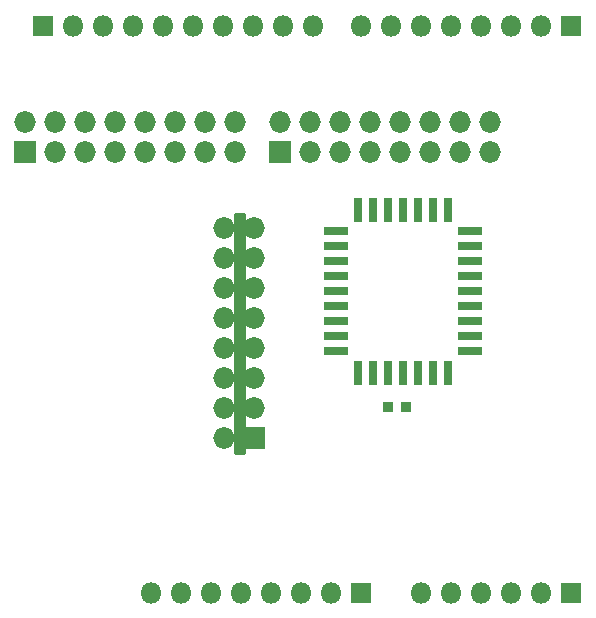
<source format=gts>
G04 #@! TF.FileFunction,Soldermask,Top*
%FSLAX46Y46*%
G04 Gerber Fmt 4.6, Leading zero omitted, Abs format (unit mm)*
G04 Created by KiCad (PCBNEW 4.0.5+dfsg1-4) date Fri Nov  2 19:26:51 2018*
%MOMM*%
%LPD*%
G01*
G04 APERTURE LIST*
%ADD10C,0.100000*%
%ADD11R,1.828800X1.828800*%
%ADD12O,1.828800X1.828800*%
%ADD13R,1.801600X1.801600*%
%ADD14O,1.801600X1.801600*%
%ADD15R,0.901600X0.851600*%
%ADD16R,0.685800X2.108200*%
%ADD17R,2.108200X0.685800*%
%ADD18C,0.254000*%
G04 APERTURE END LIST*
D10*
D11*
X153162000Y-85090000D03*
D12*
X153162000Y-82550000D03*
X155702000Y-85090000D03*
X155702000Y-82550000D03*
X158242000Y-85090000D03*
X158242000Y-82550000D03*
X160782000Y-85090000D03*
X160782000Y-82550000D03*
X163322000Y-85090000D03*
X163322000Y-82550000D03*
X165862000Y-85090000D03*
X165862000Y-82550000D03*
X168402000Y-85090000D03*
X168402000Y-82550000D03*
X170942000Y-85090000D03*
X170942000Y-82550000D03*
D13*
X177800000Y-122428000D03*
D14*
X175260000Y-122428000D03*
X172720000Y-122428000D03*
X170180000Y-122428000D03*
X167640000Y-122428000D03*
X165100000Y-122428000D03*
D13*
X177800000Y-74422000D03*
D14*
X175260000Y-74422000D03*
X172720000Y-74422000D03*
X170180000Y-74422000D03*
X167640000Y-74422000D03*
X165100000Y-74422000D03*
X162560000Y-74422000D03*
X160020000Y-74422000D03*
D13*
X160020000Y-122428000D03*
D14*
X157480000Y-122428000D03*
X154940000Y-122428000D03*
X152400000Y-122428000D03*
X149860000Y-122428000D03*
X147320000Y-122428000D03*
X144780000Y-122428000D03*
X142240000Y-122428000D03*
D13*
X133096000Y-74422000D03*
D14*
X135636000Y-74422000D03*
X138176000Y-74422000D03*
X140716000Y-74422000D03*
X143256000Y-74422000D03*
X145796000Y-74422000D03*
X148336000Y-74422000D03*
X150876000Y-74422000D03*
X153416000Y-74422000D03*
X155956000Y-74422000D03*
D15*
X163818000Y-106680000D03*
X162318000Y-106680000D03*
D11*
X151003000Y-109347000D03*
D12*
X148463000Y-109347000D03*
X151003000Y-106807000D03*
X148463000Y-106807000D03*
X151003000Y-104267000D03*
X148463000Y-104267000D03*
X151003000Y-101727000D03*
X148463000Y-101727000D03*
X151003000Y-99187000D03*
X148463000Y-99187000D03*
X151003000Y-96647000D03*
X148463000Y-96647000D03*
X151003000Y-94107000D03*
X148463000Y-94107000D03*
X151003000Y-91567000D03*
X148463000Y-91567000D03*
D11*
X131572000Y-85090000D03*
D12*
X131572000Y-82550000D03*
X134112000Y-85090000D03*
X134112000Y-82550000D03*
X136652000Y-85090000D03*
X136652000Y-82550000D03*
X139192000Y-85090000D03*
X139192000Y-82550000D03*
X141732000Y-85090000D03*
X141732000Y-82550000D03*
X144272000Y-85090000D03*
X144272000Y-82550000D03*
X146812000Y-85090000D03*
X146812000Y-82550000D03*
X149352000Y-85090000D03*
X149352000Y-82550000D03*
D16*
X163576000Y-103809800D03*
X164846000Y-103809800D03*
X166116000Y-103809800D03*
X167386000Y-103809800D03*
D17*
X169214800Y-101981000D03*
X169214800Y-100711000D03*
X169214800Y-99441000D03*
X169214800Y-98171000D03*
X169214800Y-96901000D03*
X169214800Y-95631000D03*
X169214800Y-94361000D03*
X169214800Y-93091000D03*
X169214800Y-91821000D03*
D16*
X167386000Y-89992200D03*
X166116000Y-89992200D03*
X164846000Y-89992200D03*
X163576000Y-89992200D03*
X162306000Y-89992200D03*
X161036000Y-89992200D03*
X159766000Y-89992200D03*
D17*
X157937200Y-91821000D03*
X157937200Y-93091000D03*
X157937200Y-94361000D03*
X157937200Y-95631000D03*
X157937200Y-96901000D03*
X157937200Y-98171000D03*
X157937200Y-99441000D03*
X157937200Y-100711000D03*
X157937200Y-101981000D03*
D16*
X159766000Y-103809800D03*
X161036000Y-103809800D03*
X162306000Y-103809800D03*
D18*
G36*
X150114000Y-110642400D02*
X149352000Y-110642400D01*
X149352000Y-90357934D01*
X150114000Y-90357934D01*
X150114000Y-110642400D01*
X150114000Y-110642400D01*
G37*
X150114000Y-110642400D02*
X149352000Y-110642400D01*
X149352000Y-90357934D01*
X150114000Y-90357934D01*
X150114000Y-110642400D01*
M02*

</source>
